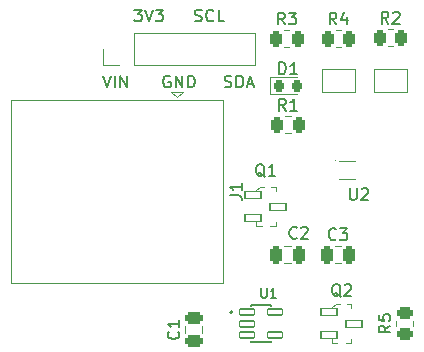
<source format=gbr>
%TF.GenerationSoftware,KiCad,Pcbnew,7.0.9*%
%TF.CreationDate,2024-04-09T01:08:52-04:00*%
%TF.ProjectId,WIRED_SHT40_revA3,57495245-445f-4534-9854-34305f726576,revA3*%
%TF.SameCoordinates,Original*%
%TF.FileFunction,Legend,Top*%
%TF.FilePolarity,Positive*%
%FSLAX46Y46*%
G04 Gerber Fmt 4.6, Leading zero omitted, Abs format (unit mm)*
G04 Created by KiCad (PCBNEW 7.0.9) date 2024-04-09 01:08:52*
%MOMM*%
%LPD*%
G01*
G04 APERTURE LIST*
G04 Aperture macros list*
%AMRoundRect*
0 Rectangle with rounded corners*
0 $1 Rounding radius*
0 $2 $3 $4 $5 $6 $7 $8 $9 X,Y pos of 4 corners*
0 Add a 4 corners polygon primitive as box body*
4,1,4,$2,$3,$4,$5,$6,$7,$8,$9,$2,$3,0*
0 Add four circle primitives for the rounded corners*
1,1,$1+$1,$2,$3*
1,1,$1+$1,$4,$5*
1,1,$1+$1,$6,$7*
1,1,$1+$1,$8,$9*
0 Add four rect primitives between the rounded corners*
20,1,$1+$1,$2,$3,$4,$5,0*
20,1,$1+$1,$4,$5,$6,$7,0*
20,1,$1+$1,$6,$7,$8,$9,0*
20,1,$1+$1,$8,$9,$2,$3,0*%
G04 Aperture macros list end*
%ADD10C,0.150000*%
%ADD11C,0.120000*%
%ADD12C,0.100000*%
%ADD13C,0.127000*%
%ADD14C,0.200000*%
%ADD15RoundRect,0.250000X-0.250000X-0.475000X0.250000X-0.475000X0.250000X0.475000X-0.250000X0.475000X0*%
%ADD16R,1.000000X1.500000*%
%ADD17C,3.500000*%
%ADD18RoundRect,0.250000X-0.262500X-0.450000X0.262500X-0.450000X0.262500X0.450000X-0.262500X0.450000X0*%
%ADD19R,1.700000X1.700000*%
%ADD20O,1.700000X1.700000*%
%ADD21RoundRect,0.250000X0.475000X-0.250000X0.475000X0.250000X-0.475000X0.250000X-0.475000X-0.250000X0*%
%ADD22RoundRect,0.070000X-0.650000X-0.300000X0.650000X-0.300000X0.650000X0.300000X-0.650000X0.300000X0*%
%ADD23RoundRect,0.250000X0.450000X-0.262500X0.450000X0.262500X-0.450000X0.262500X-0.450000X-0.262500X0*%
%ADD24C,3.200000*%
%ADD25R,1.500000X1.500000*%
%ADD26C,1.500000*%
%ADD27RoundRect,0.218750X-0.218750X-0.256250X0.218750X-0.256250X0.218750X0.256250X-0.218750X0.256250X0*%
%ADD28RoundRect,0.060000X-0.615000X0.240000X-0.615000X-0.240000X0.615000X-0.240000X0.615000X0.240000X0*%
%ADD29R,0.500000X0.300000*%
G04 APERTURE END LIST*
D10*
X143325714Y-87395200D02*
X143468571Y-87442819D01*
X143468571Y-87442819D02*
X143706666Y-87442819D01*
X143706666Y-87442819D02*
X143801904Y-87395200D01*
X143801904Y-87395200D02*
X143849523Y-87347580D01*
X143849523Y-87347580D02*
X143897142Y-87252342D01*
X143897142Y-87252342D02*
X143897142Y-87157104D01*
X143897142Y-87157104D02*
X143849523Y-87061866D01*
X143849523Y-87061866D02*
X143801904Y-87014247D01*
X143801904Y-87014247D02*
X143706666Y-86966628D01*
X143706666Y-86966628D02*
X143516190Y-86919009D01*
X143516190Y-86919009D02*
X143420952Y-86871390D01*
X143420952Y-86871390D02*
X143373333Y-86823771D01*
X143373333Y-86823771D02*
X143325714Y-86728533D01*
X143325714Y-86728533D02*
X143325714Y-86633295D01*
X143325714Y-86633295D02*
X143373333Y-86538057D01*
X143373333Y-86538057D02*
X143420952Y-86490438D01*
X143420952Y-86490438D02*
X143516190Y-86442819D01*
X143516190Y-86442819D02*
X143754285Y-86442819D01*
X143754285Y-86442819D02*
X143897142Y-86490438D01*
X144325714Y-87442819D02*
X144325714Y-86442819D01*
X144325714Y-86442819D02*
X144563809Y-86442819D01*
X144563809Y-86442819D02*
X144706666Y-86490438D01*
X144706666Y-86490438D02*
X144801904Y-86585676D01*
X144801904Y-86585676D02*
X144849523Y-86680914D01*
X144849523Y-86680914D02*
X144897142Y-86871390D01*
X144897142Y-86871390D02*
X144897142Y-87014247D01*
X144897142Y-87014247D02*
X144849523Y-87204723D01*
X144849523Y-87204723D02*
X144801904Y-87299961D01*
X144801904Y-87299961D02*
X144706666Y-87395200D01*
X144706666Y-87395200D02*
X144563809Y-87442819D01*
X144563809Y-87442819D02*
X144325714Y-87442819D01*
X145278095Y-87157104D02*
X145754285Y-87157104D01*
X145182857Y-87442819D02*
X145516190Y-86442819D01*
X145516190Y-86442819D02*
X145849523Y-87442819D01*
X138698095Y-86490438D02*
X138602857Y-86442819D01*
X138602857Y-86442819D02*
X138460000Y-86442819D01*
X138460000Y-86442819D02*
X138317143Y-86490438D01*
X138317143Y-86490438D02*
X138221905Y-86585676D01*
X138221905Y-86585676D02*
X138174286Y-86680914D01*
X138174286Y-86680914D02*
X138126667Y-86871390D01*
X138126667Y-86871390D02*
X138126667Y-87014247D01*
X138126667Y-87014247D02*
X138174286Y-87204723D01*
X138174286Y-87204723D02*
X138221905Y-87299961D01*
X138221905Y-87299961D02*
X138317143Y-87395200D01*
X138317143Y-87395200D02*
X138460000Y-87442819D01*
X138460000Y-87442819D02*
X138555238Y-87442819D01*
X138555238Y-87442819D02*
X138698095Y-87395200D01*
X138698095Y-87395200D02*
X138745714Y-87347580D01*
X138745714Y-87347580D02*
X138745714Y-87014247D01*
X138745714Y-87014247D02*
X138555238Y-87014247D01*
X139174286Y-87442819D02*
X139174286Y-86442819D01*
X139174286Y-86442819D02*
X139745714Y-87442819D01*
X139745714Y-87442819D02*
X139745714Y-86442819D01*
X140221905Y-87442819D02*
X140221905Y-86442819D01*
X140221905Y-86442819D02*
X140460000Y-86442819D01*
X140460000Y-86442819D02*
X140602857Y-86490438D01*
X140602857Y-86490438D02*
X140698095Y-86585676D01*
X140698095Y-86585676D02*
X140745714Y-86680914D01*
X140745714Y-86680914D02*
X140793333Y-86871390D01*
X140793333Y-86871390D02*
X140793333Y-87014247D01*
X140793333Y-87014247D02*
X140745714Y-87204723D01*
X140745714Y-87204723D02*
X140698095Y-87299961D01*
X140698095Y-87299961D02*
X140602857Y-87395200D01*
X140602857Y-87395200D02*
X140460000Y-87442819D01*
X140460000Y-87442819D02*
X140221905Y-87442819D01*
X135681905Y-80854819D02*
X136300952Y-80854819D01*
X136300952Y-80854819D02*
X135967619Y-81235771D01*
X135967619Y-81235771D02*
X136110476Y-81235771D01*
X136110476Y-81235771D02*
X136205714Y-81283390D01*
X136205714Y-81283390D02*
X136253333Y-81331009D01*
X136253333Y-81331009D02*
X136300952Y-81426247D01*
X136300952Y-81426247D02*
X136300952Y-81664342D01*
X136300952Y-81664342D02*
X136253333Y-81759580D01*
X136253333Y-81759580D02*
X136205714Y-81807200D01*
X136205714Y-81807200D02*
X136110476Y-81854819D01*
X136110476Y-81854819D02*
X135824762Y-81854819D01*
X135824762Y-81854819D02*
X135729524Y-81807200D01*
X135729524Y-81807200D02*
X135681905Y-81759580D01*
X136586667Y-80854819D02*
X136920000Y-81854819D01*
X136920000Y-81854819D02*
X137253333Y-80854819D01*
X137491429Y-80854819D02*
X138110476Y-80854819D01*
X138110476Y-80854819D02*
X137777143Y-81235771D01*
X137777143Y-81235771D02*
X137920000Y-81235771D01*
X137920000Y-81235771D02*
X138015238Y-81283390D01*
X138015238Y-81283390D02*
X138062857Y-81331009D01*
X138062857Y-81331009D02*
X138110476Y-81426247D01*
X138110476Y-81426247D02*
X138110476Y-81664342D01*
X138110476Y-81664342D02*
X138062857Y-81759580D01*
X138062857Y-81759580D02*
X138015238Y-81807200D01*
X138015238Y-81807200D02*
X137920000Y-81854819D01*
X137920000Y-81854819D02*
X137634286Y-81854819D01*
X137634286Y-81854819D02*
X137539048Y-81807200D01*
X137539048Y-81807200D02*
X137491429Y-81759580D01*
X133030762Y-86442819D02*
X133364095Y-87442819D01*
X133364095Y-87442819D02*
X133697428Y-86442819D01*
X134030762Y-87442819D02*
X134030762Y-86442819D01*
X134506952Y-87442819D02*
X134506952Y-86442819D01*
X134506952Y-86442819D02*
X135078380Y-87442819D01*
X135078380Y-87442819D02*
X135078380Y-86442819D01*
X140809524Y-81807200D02*
X140952381Y-81854819D01*
X140952381Y-81854819D02*
X141190476Y-81854819D01*
X141190476Y-81854819D02*
X141285714Y-81807200D01*
X141285714Y-81807200D02*
X141333333Y-81759580D01*
X141333333Y-81759580D02*
X141380952Y-81664342D01*
X141380952Y-81664342D02*
X141380952Y-81569104D01*
X141380952Y-81569104D02*
X141333333Y-81473866D01*
X141333333Y-81473866D02*
X141285714Y-81426247D01*
X141285714Y-81426247D02*
X141190476Y-81378628D01*
X141190476Y-81378628D02*
X141000000Y-81331009D01*
X141000000Y-81331009D02*
X140904762Y-81283390D01*
X140904762Y-81283390D02*
X140857143Y-81235771D01*
X140857143Y-81235771D02*
X140809524Y-81140533D01*
X140809524Y-81140533D02*
X140809524Y-81045295D01*
X140809524Y-81045295D02*
X140857143Y-80950057D01*
X140857143Y-80950057D02*
X140904762Y-80902438D01*
X140904762Y-80902438D02*
X141000000Y-80854819D01*
X141000000Y-80854819D02*
X141238095Y-80854819D01*
X141238095Y-80854819D02*
X141380952Y-80902438D01*
X142380952Y-81759580D02*
X142333333Y-81807200D01*
X142333333Y-81807200D02*
X142190476Y-81854819D01*
X142190476Y-81854819D02*
X142095238Y-81854819D01*
X142095238Y-81854819D02*
X141952381Y-81807200D01*
X141952381Y-81807200D02*
X141857143Y-81711961D01*
X141857143Y-81711961D02*
X141809524Y-81616723D01*
X141809524Y-81616723D02*
X141761905Y-81426247D01*
X141761905Y-81426247D02*
X141761905Y-81283390D01*
X141761905Y-81283390D02*
X141809524Y-81092914D01*
X141809524Y-81092914D02*
X141857143Y-80997676D01*
X141857143Y-80997676D02*
X141952381Y-80902438D01*
X141952381Y-80902438D02*
X142095238Y-80854819D01*
X142095238Y-80854819D02*
X142190476Y-80854819D01*
X142190476Y-80854819D02*
X142333333Y-80902438D01*
X142333333Y-80902438D02*
X142380952Y-80950057D01*
X143285714Y-81854819D02*
X142809524Y-81854819D01*
X142809524Y-81854819D02*
X142809524Y-80854819D01*
X152741333Y-100279580D02*
X152693714Y-100327200D01*
X152693714Y-100327200D02*
X152550857Y-100374819D01*
X152550857Y-100374819D02*
X152455619Y-100374819D01*
X152455619Y-100374819D02*
X152312762Y-100327200D01*
X152312762Y-100327200D02*
X152217524Y-100231961D01*
X152217524Y-100231961D02*
X152169905Y-100136723D01*
X152169905Y-100136723D02*
X152122286Y-99946247D01*
X152122286Y-99946247D02*
X152122286Y-99803390D01*
X152122286Y-99803390D02*
X152169905Y-99612914D01*
X152169905Y-99612914D02*
X152217524Y-99517676D01*
X152217524Y-99517676D02*
X152312762Y-99422438D01*
X152312762Y-99422438D02*
X152455619Y-99374819D01*
X152455619Y-99374819D02*
X152550857Y-99374819D01*
X152550857Y-99374819D02*
X152693714Y-99422438D01*
X152693714Y-99422438D02*
X152741333Y-99470057D01*
X153074667Y-99374819D02*
X153693714Y-99374819D01*
X153693714Y-99374819D02*
X153360381Y-99755771D01*
X153360381Y-99755771D02*
X153503238Y-99755771D01*
X153503238Y-99755771D02*
X153598476Y-99803390D01*
X153598476Y-99803390D02*
X153646095Y-99851009D01*
X153646095Y-99851009D02*
X153693714Y-99946247D01*
X153693714Y-99946247D02*
X153693714Y-100184342D01*
X153693714Y-100184342D02*
X153646095Y-100279580D01*
X153646095Y-100279580D02*
X153598476Y-100327200D01*
X153598476Y-100327200D02*
X153503238Y-100374819D01*
X153503238Y-100374819D02*
X153217524Y-100374819D01*
X153217524Y-100374819D02*
X153122286Y-100327200D01*
X153122286Y-100327200D02*
X153074667Y-100279580D01*
X148423333Y-82116819D02*
X148090000Y-81640628D01*
X147851905Y-82116819D02*
X147851905Y-81116819D01*
X147851905Y-81116819D02*
X148232857Y-81116819D01*
X148232857Y-81116819D02*
X148328095Y-81164438D01*
X148328095Y-81164438D02*
X148375714Y-81212057D01*
X148375714Y-81212057D02*
X148423333Y-81307295D01*
X148423333Y-81307295D02*
X148423333Y-81450152D01*
X148423333Y-81450152D02*
X148375714Y-81545390D01*
X148375714Y-81545390D02*
X148328095Y-81593009D01*
X148328095Y-81593009D02*
X148232857Y-81640628D01*
X148232857Y-81640628D02*
X147851905Y-81640628D01*
X148756667Y-81116819D02*
X149375714Y-81116819D01*
X149375714Y-81116819D02*
X149042381Y-81497771D01*
X149042381Y-81497771D02*
X149185238Y-81497771D01*
X149185238Y-81497771D02*
X149280476Y-81545390D01*
X149280476Y-81545390D02*
X149328095Y-81593009D01*
X149328095Y-81593009D02*
X149375714Y-81688247D01*
X149375714Y-81688247D02*
X149375714Y-81926342D01*
X149375714Y-81926342D02*
X149328095Y-82021580D01*
X149328095Y-82021580D02*
X149280476Y-82069200D01*
X149280476Y-82069200D02*
X149185238Y-82116819D01*
X149185238Y-82116819D02*
X148899524Y-82116819D01*
X148899524Y-82116819D02*
X148804286Y-82069200D01*
X148804286Y-82069200D02*
X148756667Y-82021580D01*
X148520833Y-89404819D02*
X148187500Y-88928628D01*
X147949405Y-89404819D02*
X147949405Y-88404819D01*
X147949405Y-88404819D02*
X148330357Y-88404819D01*
X148330357Y-88404819D02*
X148425595Y-88452438D01*
X148425595Y-88452438D02*
X148473214Y-88500057D01*
X148473214Y-88500057D02*
X148520833Y-88595295D01*
X148520833Y-88595295D02*
X148520833Y-88738152D01*
X148520833Y-88738152D02*
X148473214Y-88833390D01*
X148473214Y-88833390D02*
X148425595Y-88881009D01*
X148425595Y-88881009D02*
X148330357Y-88928628D01*
X148330357Y-88928628D02*
X147949405Y-88928628D01*
X149473214Y-89404819D02*
X148901786Y-89404819D01*
X149187500Y-89404819D02*
X149187500Y-88404819D01*
X149187500Y-88404819D02*
X149092262Y-88547676D01*
X149092262Y-88547676D02*
X148997024Y-88642914D01*
X148997024Y-88642914D02*
X148901786Y-88690533D01*
X139395580Y-108116666D02*
X139443200Y-108164285D01*
X139443200Y-108164285D02*
X139490819Y-108307142D01*
X139490819Y-108307142D02*
X139490819Y-108402380D01*
X139490819Y-108402380D02*
X139443200Y-108545237D01*
X139443200Y-108545237D02*
X139347961Y-108640475D01*
X139347961Y-108640475D02*
X139252723Y-108688094D01*
X139252723Y-108688094D02*
X139062247Y-108735713D01*
X139062247Y-108735713D02*
X138919390Y-108735713D01*
X138919390Y-108735713D02*
X138728914Y-108688094D01*
X138728914Y-108688094D02*
X138633676Y-108640475D01*
X138633676Y-108640475D02*
X138538438Y-108545237D01*
X138538438Y-108545237D02*
X138490819Y-108402380D01*
X138490819Y-108402380D02*
X138490819Y-108307142D01*
X138490819Y-108307142D02*
X138538438Y-108164285D01*
X138538438Y-108164285D02*
X138586057Y-108116666D01*
X139490819Y-107164285D02*
X139490819Y-107735713D01*
X139490819Y-107449999D02*
X138490819Y-107449999D01*
X138490819Y-107449999D02*
X138633676Y-107545237D01*
X138633676Y-107545237D02*
X138728914Y-107640475D01*
X138728914Y-107640475D02*
X138776533Y-107735713D01*
X146716761Y-95038057D02*
X146621523Y-94990438D01*
X146621523Y-94990438D02*
X146526285Y-94895200D01*
X146526285Y-94895200D02*
X146383428Y-94752342D01*
X146383428Y-94752342D02*
X146288190Y-94704723D01*
X146288190Y-94704723D02*
X146192952Y-94704723D01*
X146240571Y-94942819D02*
X146145333Y-94895200D01*
X146145333Y-94895200D02*
X146050095Y-94799961D01*
X146050095Y-94799961D02*
X146002476Y-94609485D01*
X146002476Y-94609485D02*
X146002476Y-94276152D01*
X146002476Y-94276152D02*
X146050095Y-94085676D01*
X146050095Y-94085676D02*
X146145333Y-93990438D01*
X146145333Y-93990438D02*
X146240571Y-93942819D01*
X146240571Y-93942819D02*
X146431047Y-93942819D01*
X146431047Y-93942819D02*
X146526285Y-93990438D01*
X146526285Y-93990438D02*
X146621523Y-94085676D01*
X146621523Y-94085676D02*
X146669142Y-94276152D01*
X146669142Y-94276152D02*
X146669142Y-94609485D01*
X146669142Y-94609485D02*
X146621523Y-94799961D01*
X146621523Y-94799961D02*
X146526285Y-94895200D01*
X146526285Y-94895200D02*
X146431047Y-94942819D01*
X146431047Y-94942819D02*
X146240571Y-94942819D01*
X147621523Y-94942819D02*
X147050095Y-94942819D01*
X147335809Y-94942819D02*
X147335809Y-93942819D01*
X147335809Y-93942819D02*
X147240571Y-94085676D01*
X147240571Y-94085676D02*
X147145333Y-94180914D01*
X147145333Y-94180914D02*
X147050095Y-94228533D01*
X157366819Y-107608666D02*
X156890628Y-107941999D01*
X157366819Y-108180094D02*
X156366819Y-108180094D01*
X156366819Y-108180094D02*
X156366819Y-107799142D01*
X156366819Y-107799142D02*
X156414438Y-107703904D01*
X156414438Y-107703904D02*
X156462057Y-107656285D01*
X156462057Y-107656285D02*
X156557295Y-107608666D01*
X156557295Y-107608666D02*
X156700152Y-107608666D01*
X156700152Y-107608666D02*
X156795390Y-107656285D01*
X156795390Y-107656285D02*
X156843009Y-107703904D01*
X156843009Y-107703904D02*
X156890628Y-107799142D01*
X156890628Y-107799142D02*
X156890628Y-108180094D01*
X156366819Y-106703904D02*
X156366819Y-107180094D01*
X156366819Y-107180094D02*
X156843009Y-107227713D01*
X156843009Y-107227713D02*
X156795390Y-107180094D01*
X156795390Y-107180094D02*
X156747771Y-107084856D01*
X156747771Y-107084856D02*
X156747771Y-106846761D01*
X156747771Y-106846761D02*
X156795390Y-106751523D01*
X156795390Y-106751523D02*
X156843009Y-106703904D01*
X156843009Y-106703904D02*
X156938247Y-106656285D01*
X156938247Y-106656285D02*
X157176342Y-106656285D01*
X157176342Y-106656285D02*
X157271580Y-106703904D01*
X157271580Y-106703904D02*
X157319200Y-106751523D01*
X157319200Y-106751523D02*
X157366819Y-106846761D01*
X157366819Y-106846761D02*
X157366819Y-107084856D01*
X157366819Y-107084856D02*
X157319200Y-107180094D01*
X157319200Y-107180094D02*
X157271580Y-107227713D01*
X143757519Y-96578333D02*
X144471804Y-96578333D01*
X144471804Y-96578333D02*
X144614661Y-96625952D01*
X144614661Y-96625952D02*
X144709900Y-96721190D01*
X144709900Y-96721190D02*
X144757519Y-96864047D01*
X144757519Y-96864047D02*
X144757519Y-96959285D01*
X144757519Y-95578333D02*
X144757519Y-96149761D01*
X144757519Y-95864047D02*
X143757519Y-95864047D01*
X143757519Y-95864047D02*
X143900376Y-95959285D01*
X143900376Y-95959285D02*
X143995614Y-96054523D01*
X143995614Y-96054523D02*
X144043233Y-96149761D01*
X152787333Y-82116819D02*
X152454000Y-81640628D01*
X152215905Y-82116819D02*
X152215905Y-81116819D01*
X152215905Y-81116819D02*
X152596857Y-81116819D01*
X152596857Y-81116819D02*
X152692095Y-81164438D01*
X152692095Y-81164438D02*
X152739714Y-81212057D01*
X152739714Y-81212057D02*
X152787333Y-81307295D01*
X152787333Y-81307295D02*
X152787333Y-81450152D01*
X152787333Y-81450152D02*
X152739714Y-81545390D01*
X152739714Y-81545390D02*
X152692095Y-81593009D01*
X152692095Y-81593009D02*
X152596857Y-81640628D01*
X152596857Y-81640628D02*
X152215905Y-81640628D01*
X153644476Y-81450152D02*
X153644476Y-82116819D01*
X153406381Y-81069200D02*
X153168286Y-81783485D01*
X153168286Y-81783485D02*
X153787333Y-81783485D01*
X149433333Y-100159580D02*
X149385714Y-100207200D01*
X149385714Y-100207200D02*
X149242857Y-100254819D01*
X149242857Y-100254819D02*
X149147619Y-100254819D01*
X149147619Y-100254819D02*
X149004762Y-100207200D01*
X149004762Y-100207200D02*
X148909524Y-100111961D01*
X148909524Y-100111961D02*
X148861905Y-100016723D01*
X148861905Y-100016723D02*
X148814286Y-99826247D01*
X148814286Y-99826247D02*
X148814286Y-99683390D01*
X148814286Y-99683390D02*
X148861905Y-99492914D01*
X148861905Y-99492914D02*
X148909524Y-99397676D01*
X148909524Y-99397676D02*
X149004762Y-99302438D01*
X149004762Y-99302438D02*
X149147619Y-99254819D01*
X149147619Y-99254819D02*
X149242857Y-99254819D01*
X149242857Y-99254819D02*
X149385714Y-99302438D01*
X149385714Y-99302438D02*
X149433333Y-99350057D01*
X149814286Y-99350057D02*
X149861905Y-99302438D01*
X149861905Y-99302438D02*
X149957143Y-99254819D01*
X149957143Y-99254819D02*
X150195238Y-99254819D01*
X150195238Y-99254819D02*
X150290476Y-99302438D01*
X150290476Y-99302438D02*
X150338095Y-99350057D01*
X150338095Y-99350057D02*
X150385714Y-99445295D01*
X150385714Y-99445295D02*
X150385714Y-99540533D01*
X150385714Y-99540533D02*
X150338095Y-99683390D01*
X150338095Y-99683390D02*
X149766667Y-100254819D01*
X149766667Y-100254819D02*
X150385714Y-100254819D01*
X147949405Y-86322819D02*
X147949405Y-85322819D01*
X147949405Y-85322819D02*
X148187500Y-85322819D01*
X148187500Y-85322819D02*
X148330357Y-85370438D01*
X148330357Y-85370438D02*
X148425595Y-85465676D01*
X148425595Y-85465676D02*
X148473214Y-85560914D01*
X148473214Y-85560914D02*
X148520833Y-85751390D01*
X148520833Y-85751390D02*
X148520833Y-85894247D01*
X148520833Y-85894247D02*
X148473214Y-86084723D01*
X148473214Y-86084723D02*
X148425595Y-86179961D01*
X148425595Y-86179961D02*
X148330357Y-86275200D01*
X148330357Y-86275200D02*
X148187500Y-86322819D01*
X148187500Y-86322819D02*
X147949405Y-86322819D01*
X149473214Y-86322819D02*
X148901786Y-86322819D01*
X149187500Y-86322819D02*
X149187500Y-85322819D01*
X149187500Y-85322819D02*
X149092262Y-85465676D01*
X149092262Y-85465676D02*
X148997024Y-85560914D01*
X148997024Y-85560914D02*
X148901786Y-85608533D01*
X157196033Y-82050419D02*
X156862700Y-81574228D01*
X156624605Y-82050419D02*
X156624605Y-81050419D01*
X156624605Y-81050419D02*
X157005557Y-81050419D01*
X157005557Y-81050419D02*
X157100795Y-81098038D01*
X157100795Y-81098038D02*
X157148414Y-81145657D01*
X157148414Y-81145657D02*
X157196033Y-81240895D01*
X157196033Y-81240895D02*
X157196033Y-81383752D01*
X157196033Y-81383752D02*
X157148414Y-81478990D01*
X157148414Y-81478990D02*
X157100795Y-81526609D01*
X157100795Y-81526609D02*
X157005557Y-81574228D01*
X157005557Y-81574228D02*
X156624605Y-81574228D01*
X157576986Y-81145657D02*
X157624605Y-81098038D01*
X157624605Y-81098038D02*
X157719843Y-81050419D01*
X157719843Y-81050419D02*
X157957938Y-81050419D01*
X157957938Y-81050419D02*
X158053176Y-81098038D01*
X158053176Y-81098038D02*
X158100795Y-81145657D01*
X158100795Y-81145657D02*
X158148414Y-81240895D01*
X158148414Y-81240895D02*
X158148414Y-81336133D01*
X158148414Y-81336133D02*
X158100795Y-81478990D01*
X158100795Y-81478990D02*
X157529367Y-82050419D01*
X157529367Y-82050419D02*
X158148414Y-82050419D01*
X146422892Y-104472592D02*
X146422892Y-105122340D01*
X146422892Y-105122340D02*
X146461112Y-105198781D01*
X146461112Y-105198781D02*
X146499333Y-105237002D01*
X146499333Y-105237002D02*
X146575774Y-105275222D01*
X146575774Y-105275222D02*
X146728656Y-105275222D01*
X146728656Y-105275222D02*
X146805097Y-105237002D01*
X146805097Y-105237002D02*
X146843317Y-105198781D01*
X146843317Y-105198781D02*
X146881538Y-105122340D01*
X146881538Y-105122340D02*
X146881538Y-104472592D01*
X147684167Y-105275222D02*
X147225521Y-105275222D01*
X147454844Y-105275222D02*
X147454844Y-104472592D01*
X147454844Y-104472592D02*
X147378403Y-104587253D01*
X147378403Y-104587253D02*
X147301962Y-104663694D01*
X147301962Y-104663694D02*
X147225521Y-104701915D01*
X153924095Y-95974819D02*
X153924095Y-96784342D01*
X153924095Y-96784342D02*
X153971714Y-96879580D01*
X153971714Y-96879580D02*
X154019333Y-96927200D01*
X154019333Y-96927200D02*
X154114571Y-96974819D01*
X154114571Y-96974819D02*
X154305047Y-96974819D01*
X154305047Y-96974819D02*
X154400285Y-96927200D01*
X154400285Y-96927200D02*
X154447904Y-96879580D01*
X154447904Y-96879580D02*
X154495523Y-96784342D01*
X154495523Y-96784342D02*
X154495523Y-95974819D01*
X154924095Y-96070057D02*
X154971714Y-96022438D01*
X154971714Y-96022438D02*
X155066952Y-95974819D01*
X155066952Y-95974819D02*
X155305047Y-95974819D01*
X155305047Y-95974819D02*
X155400285Y-96022438D01*
X155400285Y-96022438D02*
X155447904Y-96070057D01*
X155447904Y-96070057D02*
X155495523Y-96165295D01*
X155495523Y-96165295D02*
X155495523Y-96260533D01*
X155495523Y-96260533D02*
X155447904Y-96403390D01*
X155447904Y-96403390D02*
X154876476Y-96974819D01*
X154876476Y-96974819D02*
X155495523Y-96974819D01*
X153157761Y-105198057D02*
X153062523Y-105150438D01*
X153062523Y-105150438D02*
X152967285Y-105055200D01*
X152967285Y-105055200D02*
X152824428Y-104912342D01*
X152824428Y-104912342D02*
X152729190Y-104864723D01*
X152729190Y-104864723D02*
X152633952Y-104864723D01*
X152681571Y-105102819D02*
X152586333Y-105055200D01*
X152586333Y-105055200D02*
X152491095Y-104959961D01*
X152491095Y-104959961D02*
X152443476Y-104769485D01*
X152443476Y-104769485D02*
X152443476Y-104436152D01*
X152443476Y-104436152D02*
X152491095Y-104245676D01*
X152491095Y-104245676D02*
X152586333Y-104150438D01*
X152586333Y-104150438D02*
X152681571Y-104102819D01*
X152681571Y-104102819D02*
X152872047Y-104102819D01*
X152872047Y-104102819D02*
X152967285Y-104150438D01*
X152967285Y-104150438D02*
X153062523Y-104245676D01*
X153062523Y-104245676D02*
X153110142Y-104436152D01*
X153110142Y-104436152D02*
X153110142Y-104769485D01*
X153110142Y-104769485D02*
X153062523Y-104959961D01*
X153062523Y-104959961D02*
X152967285Y-105055200D01*
X152967285Y-105055200D02*
X152872047Y-105102819D01*
X152872047Y-105102819D02*
X152681571Y-105102819D01*
X153491095Y-104198057D02*
X153538714Y-104150438D01*
X153538714Y-104150438D02*
X153633952Y-104102819D01*
X153633952Y-104102819D02*
X153872047Y-104102819D01*
X153872047Y-104102819D02*
X153967285Y-104150438D01*
X153967285Y-104150438D02*
X154014904Y-104198057D01*
X154014904Y-104198057D02*
X154062523Y-104293295D01*
X154062523Y-104293295D02*
X154062523Y-104388533D01*
X154062523Y-104388533D02*
X154014904Y-104531390D01*
X154014904Y-104531390D02*
X153443476Y-105102819D01*
X153443476Y-105102819D02*
X154062523Y-105102819D01*
D11*
%TO.C,C3*%
X152646748Y-100865000D02*
X153169252Y-100865000D01*
X152646748Y-102335000D02*
X153169252Y-102335000D01*
%TO.C,JP3*%
X155938000Y-85868000D02*
X158738000Y-85868000D01*
X155938000Y-87868000D02*
X155938000Y-85868000D01*
X158738000Y-85868000D02*
X158738000Y-87868000D01*
X158738000Y-87868000D02*
X155938000Y-87868000D01*
%TO.C,R3*%
X148362936Y-82577000D02*
X148817064Y-82577000D01*
X148362936Y-84047000D02*
X148817064Y-84047000D01*
%TO.C,J2*%
X133055000Y-85523900D02*
X133055000Y-84193900D01*
X134385000Y-85523900D02*
X133055000Y-85523900D01*
X135655000Y-85523900D02*
X145875000Y-85523900D01*
X135655000Y-85523900D02*
X135655000Y-82863900D01*
X145875000Y-85523900D02*
X145875000Y-82863900D01*
X135655000Y-82863900D02*
X145875000Y-82863900D01*
%TO.C,R1*%
X148460436Y-89865000D02*
X148914564Y-89865000D01*
X148460436Y-91335000D02*
X148914564Y-91335000D01*
%TO.C,C1*%
X139981000Y-108211252D02*
X139981000Y-107688748D01*
X141451000Y-108211252D02*
X141451000Y-107688748D01*
D12*
%TO.C,Q1*%
X145987000Y-96161000D02*
X145987000Y-96211000D01*
X145987000Y-96211000D02*
X145212000Y-96211000D01*
X145987000Y-99186000D02*
X145987000Y-98836000D01*
X146362000Y-95886000D02*
X145987000Y-96161000D01*
X146462000Y-99186000D02*
X145987000Y-99186000D01*
X146637000Y-95886000D02*
X146362000Y-95886000D01*
X147262000Y-95886000D02*
X147637000Y-95886000D01*
X147637000Y-95886000D02*
X147637000Y-96186000D01*
X147637000Y-98886000D02*
X147637000Y-99186000D01*
X147637000Y-98961000D02*
X147637000Y-98836000D01*
X147637000Y-99186000D02*
X147187000Y-99186000D01*
D11*
%TO.C,R5*%
X157827000Y-107669064D02*
X157827000Y-107214936D01*
X159297000Y-107669064D02*
X159297000Y-107214936D01*
%TO.C,J1*%
X139802700Y-87800000D02*
X138802700Y-87800000D01*
X138802700Y-87800000D02*
X139302700Y-88300000D01*
X139302700Y-88300000D02*
X139802700Y-87800000D01*
X143182700Y-88485000D02*
X125222700Y-88485000D01*
X125222700Y-88485000D02*
X125222700Y-104005000D01*
X143182700Y-104005000D02*
X143182700Y-88485000D01*
X143182700Y-104005000D02*
X125222700Y-104005000D01*
%TO.C,R4*%
X152726936Y-82577000D02*
X153181064Y-82577000D01*
X152726936Y-84047000D02*
X153181064Y-84047000D01*
%TO.C,C2*%
X148394748Y-100865000D02*
X148917252Y-100865000D01*
X148394748Y-102335000D02*
X148917252Y-102335000D01*
%TO.C,D1*%
X147202500Y-86563000D02*
X147202500Y-88033000D01*
X147202500Y-88033000D02*
X149487500Y-88033000D01*
X149487500Y-86563000D02*
X147202500Y-86563000D01*
%TO.C,R2*%
X157135636Y-82510600D02*
X157589764Y-82510600D01*
X157135636Y-83980600D02*
X157589764Y-83980600D01*
D13*
%TO.C,U1*%
X145520000Y-105892000D02*
X145520000Y-105992000D01*
X145520000Y-108992000D02*
X145520000Y-108892000D01*
X147220000Y-105892000D02*
X145520000Y-105892000D01*
X147220000Y-105892000D02*
X147220000Y-105992000D01*
X147220000Y-108992000D02*
X145520000Y-108992000D01*
X147220000Y-108992000D02*
X147220000Y-108892000D01*
D14*
X144001000Y-106492000D02*
G75*
G03*
X144001000Y-106492000I-100000J0D01*
G01*
D11*
%TO.C,JP2*%
X151588000Y-85868000D02*
X154388000Y-85868000D01*
X151588000Y-87868000D02*
X151588000Y-85868000D01*
X154388000Y-85868000D02*
X154388000Y-87868000D01*
X154388000Y-87868000D02*
X151588000Y-87868000D01*
D12*
%TO.C,U2*%
X153004000Y-93671900D02*
X154404000Y-93671900D01*
X153004000Y-95171900D02*
X154404000Y-95171900D01*
X152754000Y-93621900D02*
G75*
G03*
X152754000Y-93621900I-50000J0D01*
G01*
%TO.C,Q2*%
X152403000Y-106067000D02*
X152403000Y-106117000D01*
X152403000Y-106117000D02*
X151628000Y-106117000D01*
X152403000Y-109092000D02*
X152403000Y-108742000D01*
X152778000Y-105792000D02*
X152403000Y-106067000D01*
X152878000Y-109092000D02*
X152403000Y-109092000D01*
X153053000Y-105792000D02*
X152778000Y-105792000D01*
X153678000Y-105792000D02*
X154053000Y-105792000D01*
X154053000Y-105792000D02*
X154053000Y-106092000D01*
X154053000Y-108792000D02*
X154053000Y-109092000D01*
X154053000Y-108867000D02*
X154053000Y-108742000D01*
X154053000Y-109092000D02*
X153603000Y-109092000D01*
%TD*%
%LPC*%
D15*
%TO.C,C3*%
X151958000Y-101600000D03*
X153858000Y-101600000D03*
%TD*%
D16*
%TO.C,JP3*%
X156688000Y-86868000D03*
X157988000Y-86868000D03*
%TD*%
D17*
%TO.C,H2*%
X163600000Y-83600000D03*
%TD*%
D18*
%TO.C,R3*%
X147677500Y-83312000D03*
X149502500Y-83312000D03*
%TD*%
D19*
%TO.C,J2*%
X134385000Y-84193900D03*
D20*
X136925000Y-84193900D03*
X139465000Y-84193900D03*
X142005000Y-84193900D03*
X144545000Y-84193900D03*
%TD*%
D17*
%TO.C,H1*%
X128400000Y-83600000D03*
%TD*%
%TO.C,H3*%
X163600000Y-108200000D03*
%TD*%
D18*
%TO.C,R1*%
X147775000Y-90600000D03*
X149600000Y-90600000D03*
%TD*%
D21*
%TO.C,C1*%
X140716000Y-108900000D03*
X140716000Y-107000000D03*
%TD*%
D22*
%TO.C,Q1*%
X145762000Y-96586000D03*
X145762000Y-98486000D03*
X147862000Y-97536000D03*
%TD*%
D23*
%TO.C,R5*%
X158562000Y-108354500D03*
X158562000Y-106529500D03*
%TD*%
D24*
%TO.C,J1*%
X132952700Y-90530000D03*
X132952700Y-101960000D03*
D25*
X139302700Y-91800000D03*
D26*
X141842700Y-93070000D03*
X139302700Y-94340000D03*
X141842700Y-95610000D03*
X139302700Y-96880000D03*
X141842700Y-98150000D03*
X139302700Y-99420000D03*
X141842700Y-100690000D03*
%TD*%
D18*
%TO.C,R4*%
X152041500Y-83312000D03*
X153866500Y-83312000D03*
%TD*%
D15*
%TO.C,C2*%
X147706000Y-101600000D03*
X149606000Y-101600000D03*
%TD*%
D27*
%TO.C,D1*%
X147900000Y-87298000D03*
X149475000Y-87298000D03*
%TD*%
D17*
%TO.C,H4*%
X128400000Y-108200000D03*
%TD*%
D18*
%TO.C,R2*%
X156450200Y-83245600D03*
X158275200Y-83245600D03*
%TD*%
D28*
%TO.C,U1*%
X145185000Y-106492000D03*
X145185000Y-107442000D03*
X145185000Y-108392000D03*
X147555000Y-108392000D03*
X147555000Y-106492000D03*
%TD*%
D16*
%TO.C,JP2*%
X152338000Y-86868000D03*
X153638000Y-86868000D03*
%TD*%
D29*
%TO.C,U2*%
X153004000Y-94021900D03*
X153004000Y-94821900D03*
X154404000Y-94821900D03*
X154404000Y-94021900D03*
%TD*%
D17*
%TO.C,H5*%
X163600000Y-95900000D03*
%TD*%
D22*
%TO.C,Q2*%
X152178000Y-106492000D03*
X152178000Y-108392000D03*
X154278000Y-107442000D03*
%TD*%
%LPD*%
M02*

</source>
